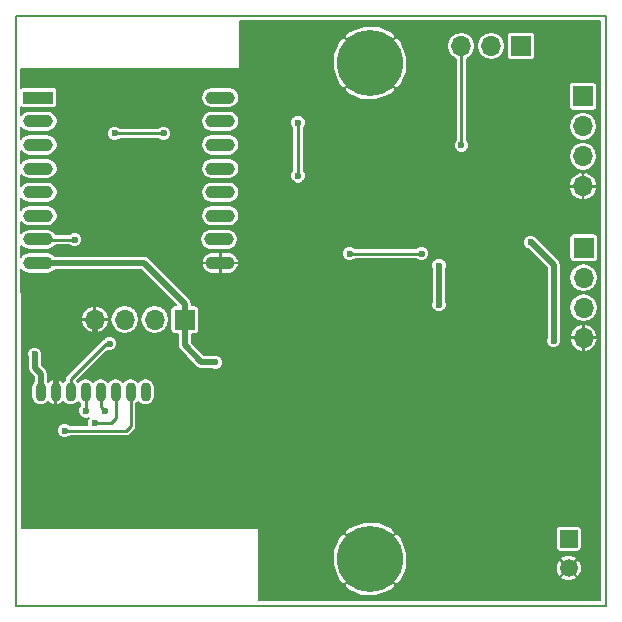
<source format=gbl>
G04 #@! TF.FileFunction,Copper,L2,Bot,Mixed*
%FSLAX46Y46*%
G04 Gerber Fmt 4.6, Leading zero omitted, Abs format (unit mm)*
G04 Created by KiCad (PCBNEW 4.0.2-stable) date 6/15/2017 12:31:11 PM*
%MOMM*%
G01*
G04 APERTURE LIST*
%ADD10C,0.100000*%
%ADD11C,0.150000*%
%ADD12O,0.900000X1.600000*%
%ADD13R,1.500000X1.500000*%
%ADD14C,1.500000*%
%ADD15R,2.500000X1.100000*%
%ADD16O,2.500000X1.100000*%
%ADD17R,1.700000X1.700000*%
%ADD18O,1.700000X1.700000*%
%ADD19C,5.600000*%
%ADD20C,0.600000*%
%ADD21C,0.500000*%
%ADD22C,0.250000*%
%ADD23C,0.200000*%
G04 APERTURE END LIST*
D10*
D11*
X100000000Y-100000000D02*
X100000000Y-150000000D01*
X150000000Y-100000000D02*
X100000000Y-100000000D01*
X150000000Y-150000000D02*
X150000000Y-100000000D01*
X100000000Y-150000000D02*
X150000000Y-150000000D01*
D12*
X102108000Y-131826000D03*
X103378000Y-131826000D03*
X104648000Y-131826000D03*
X105918000Y-131826000D03*
X107188000Y-131826000D03*
X108458000Y-131826000D03*
X109728000Y-131826000D03*
X110998000Y-131826000D03*
D13*
X146812000Y-144272000D03*
D14*
X146812000Y-146772000D03*
D15*
X101916000Y-106934000D03*
D16*
X101916000Y-108934000D03*
X101916000Y-110934000D03*
X101916000Y-112934000D03*
X101916000Y-114934000D03*
X101916000Y-116934000D03*
X101916000Y-118934000D03*
X101916000Y-120934000D03*
X117316000Y-120934000D03*
X117216000Y-118934000D03*
X117316000Y-116934000D03*
X117316000Y-114934000D03*
X117316000Y-112934000D03*
X117316000Y-110934000D03*
X117316000Y-108934000D03*
X117316000Y-106934000D03*
D17*
X114300000Y-125730000D03*
D18*
X111760000Y-125730000D03*
X109220000Y-125730000D03*
X106680000Y-125730000D03*
D17*
X148082000Y-119634000D03*
D18*
X148082000Y-122174000D03*
X148082000Y-124714000D03*
X148082000Y-127254000D03*
D17*
X142798800Y-102565200D03*
D18*
X140258800Y-102565200D03*
X137718800Y-102565200D03*
D17*
X148031200Y-106832400D03*
D18*
X148031200Y-109372400D03*
X148031200Y-111912400D03*
X148031200Y-114452400D03*
D19*
X130000000Y-146000000D03*
X130000000Y-104000000D03*
D20*
X116890800Y-129336800D03*
X101600000Y-128676400D03*
X123901200Y-109067600D03*
X123901200Y-113559200D03*
X135839200Y-124460000D03*
X135839200Y-121158000D03*
X119938800Y-128727200D03*
X142231000Y-113538000D03*
X134569200Y-111760000D03*
X120142000Y-112877600D03*
X103124000Y-128651000D03*
X143611600Y-119176800D03*
X145542000Y-127508000D03*
X105918000Y-133451600D03*
X107543600Y-133451600D03*
X104140000Y-135128000D03*
X106680000Y-134467600D03*
X104999979Y-118945795D03*
X107950000Y-127762000D03*
X108381800Y-109956600D03*
X112522000Y-109956600D03*
X128270000Y-120142000D03*
X134366000Y-120142000D03*
X137718800Y-110947200D03*
D21*
X115722400Y-129336800D02*
X116890800Y-129336800D01*
X114300000Y-127914400D02*
X115722400Y-129336800D01*
X114300000Y-127609600D02*
X114300000Y-127914400D01*
X101600000Y-129794000D02*
X101600000Y-128676400D01*
X102108000Y-130302000D02*
X101600000Y-129794000D01*
X102108000Y-131826000D02*
X102108000Y-130302000D01*
D22*
X123901200Y-113559200D02*
X123901200Y-109067600D01*
D21*
X135839200Y-121158000D02*
X135839200Y-124460000D01*
X114300000Y-125730000D02*
X114300000Y-124380000D01*
X114300000Y-124380000D02*
X110854000Y-120934000D01*
X110854000Y-120934000D02*
X102616000Y-120934000D01*
X114300000Y-127609600D02*
X114300000Y-125730000D01*
X103124000Y-129997200D02*
X103378000Y-130251200D01*
X103378000Y-130251200D02*
X103378000Y-131826000D01*
X103124000Y-128651000D02*
X103124000Y-129997200D01*
X105206800Y-128651000D02*
X103124000Y-128651000D01*
X106680000Y-127177800D02*
X105206800Y-128651000D01*
X106680000Y-126932081D02*
X106680000Y-127177800D01*
X106680000Y-125730000D02*
X106680000Y-126932081D01*
X145542000Y-121107200D02*
X143611600Y-119176800D01*
X145542000Y-127508000D02*
X145542000Y-121107200D01*
D22*
X105918000Y-131826000D02*
X105918000Y-133451600D01*
X107188000Y-131826000D02*
X107188000Y-133096000D01*
X107188000Y-133096000D02*
X107543600Y-133451600D01*
X109321600Y-135128000D02*
X104140000Y-135128000D01*
X109728000Y-134721600D02*
X109321600Y-135128000D01*
X109728000Y-131826000D02*
X109728000Y-134721600D01*
X108458000Y-131826000D02*
X108458000Y-134061200D01*
X108458000Y-134061200D02*
X108051600Y-134467600D01*
X108051600Y-134467600D02*
X106680000Y-134467600D01*
X102627795Y-118945795D02*
X104575715Y-118945795D01*
X104575715Y-118945795D02*
X104999979Y-118945795D01*
X102616000Y-118934000D02*
X102627795Y-118945795D01*
X107662000Y-127762000D02*
X107950000Y-127762000D01*
X104648000Y-131826000D02*
X104648000Y-130776000D01*
X104648000Y-130776000D02*
X107662000Y-127762000D01*
X108381800Y-109956600D02*
X108806064Y-109956600D01*
X108806064Y-109956600D02*
X112522000Y-109956600D01*
X134366000Y-120142000D02*
X128270000Y-120142000D01*
X137718800Y-102565200D02*
X137718800Y-110947200D01*
D23*
G36*
X149506000Y-149506000D02*
X120623000Y-149506000D01*
X120623000Y-148226758D01*
X127808597Y-148226758D01*
X128132485Y-148612946D01*
X129274572Y-149128714D01*
X130527099Y-149168164D01*
X131699380Y-148725290D01*
X131867515Y-148612946D01*
X132191403Y-148226758D01*
X130000000Y-146035355D01*
X127808597Y-148226758D01*
X120623000Y-148226758D01*
X120623000Y-146527099D01*
X126831836Y-146527099D01*
X127274710Y-147699380D01*
X127387054Y-147867515D01*
X127773242Y-148191403D01*
X129964645Y-146000000D01*
X130035355Y-146000000D01*
X132226758Y-148191403D01*
X132612946Y-147867515D01*
X132769591Y-147520648D01*
X146098707Y-147520648D01*
X146173159Y-147693822D01*
X146574554Y-147868127D01*
X147012098Y-147875555D01*
X147419178Y-147714978D01*
X147450841Y-147693822D01*
X147525293Y-147520648D01*
X146812000Y-146807355D01*
X146098707Y-147520648D01*
X132769591Y-147520648D01*
X133017317Y-146972098D01*
X145708445Y-146972098D01*
X145869022Y-147379178D01*
X145890178Y-147410841D01*
X146063352Y-147485293D01*
X146776645Y-146772000D01*
X146847355Y-146772000D01*
X147560648Y-147485293D01*
X147733822Y-147410841D01*
X147908127Y-147009446D01*
X147915555Y-146571902D01*
X147754978Y-146164822D01*
X147733822Y-146133159D01*
X147560648Y-146058707D01*
X146847355Y-146772000D01*
X146776645Y-146772000D01*
X146063352Y-146058707D01*
X145890178Y-146133159D01*
X145715873Y-146534554D01*
X145708445Y-146972098D01*
X133017317Y-146972098D01*
X133128714Y-146725428D01*
X133150826Y-146023352D01*
X146098707Y-146023352D01*
X146812000Y-146736645D01*
X147525293Y-146023352D01*
X147450841Y-145850178D01*
X147049446Y-145675873D01*
X146611902Y-145668445D01*
X146204822Y-145829022D01*
X146173159Y-145850178D01*
X146098707Y-146023352D01*
X133150826Y-146023352D01*
X133168164Y-145472901D01*
X132725290Y-144300620D01*
X132612946Y-144132485D01*
X132226758Y-143808597D01*
X130035355Y-146000000D01*
X129964645Y-146000000D01*
X127773242Y-143808597D01*
X127387054Y-144132485D01*
X126871286Y-145274572D01*
X126831836Y-146527099D01*
X120623000Y-146527099D01*
X120623000Y-143773242D01*
X127808597Y-143773242D01*
X130000000Y-145964645D01*
X132191403Y-143773242D01*
X131980692Y-143522000D01*
X145705144Y-143522000D01*
X145705144Y-145022000D01*
X145729549Y-145151702D01*
X145806203Y-145270825D01*
X145923163Y-145350741D01*
X146062000Y-145378856D01*
X147562000Y-145378856D01*
X147691702Y-145354451D01*
X147810825Y-145277797D01*
X147890741Y-145160837D01*
X147918856Y-145022000D01*
X147918856Y-143522000D01*
X147894451Y-143392298D01*
X147817797Y-143273175D01*
X147700837Y-143193259D01*
X147562000Y-143165144D01*
X146062000Y-143165144D01*
X145932298Y-143189549D01*
X145813175Y-143266203D01*
X145733259Y-143383163D01*
X145705144Y-143522000D01*
X131980692Y-143522000D01*
X131867515Y-143387054D01*
X130725428Y-142871286D01*
X129472901Y-142831836D01*
X128300620Y-143274710D01*
X128132485Y-143387054D01*
X127808597Y-143773242D01*
X120623000Y-143773242D01*
X120623000Y-143510000D01*
X120616161Y-143473654D01*
X120594681Y-143440273D01*
X120561906Y-143417879D01*
X120523000Y-143410000D01*
X100541073Y-143410000D01*
X100503529Y-128805126D01*
X100949888Y-128805126D01*
X101000000Y-128926406D01*
X101000000Y-129794000D01*
X101045672Y-130023610D01*
X101175736Y-130218264D01*
X101508000Y-130550528D01*
X101508000Y-130939141D01*
X101368896Y-131147323D01*
X101308000Y-131453470D01*
X101308000Y-132198530D01*
X101368896Y-132504677D01*
X101542315Y-132764215D01*
X101801853Y-132937634D01*
X102108000Y-132998530D01*
X102414147Y-132937634D01*
X102673685Y-132764215D01*
X102750904Y-132648650D01*
X102829992Y-132759364D01*
X103094950Y-132924672D01*
X103228221Y-132961854D01*
X103353000Y-132888061D01*
X103353000Y-131851000D01*
X103333000Y-131851000D01*
X103333000Y-131801000D01*
X103353000Y-131801000D01*
X103353000Y-130763939D01*
X103403000Y-130763939D01*
X103403000Y-131801000D01*
X103423000Y-131801000D01*
X103423000Y-131851000D01*
X103403000Y-131851000D01*
X103403000Y-132888061D01*
X103527779Y-132961854D01*
X103661050Y-132924672D01*
X103926008Y-132759364D01*
X104005096Y-132648650D01*
X104082315Y-132764215D01*
X104341853Y-132937634D01*
X104648000Y-132998530D01*
X104954147Y-132937634D01*
X105213685Y-132764215D01*
X105283000Y-132660479D01*
X105352315Y-132764215D01*
X105443000Y-132824809D01*
X105443000Y-133007334D01*
X105367278Y-133082924D01*
X105268113Y-133321740D01*
X105267888Y-133580326D01*
X105366636Y-133819314D01*
X105549324Y-134002322D01*
X105788140Y-134101487D01*
X106046726Y-134101712D01*
X106182814Y-134045481D01*
X106129278Y-134098924D01*
X106030113Y-134337740D01*
X106029888Y-134596326D01*
X106053305Y-134653000D01*
X104584266Y-134653000D01*
X104508676Y-134577278D01*
X104269860Y-134478113D01*
X104011274Y-134477888D01*
X103772286Y-134576636D01*
X103589278Y-134759324D01*
X103490113Y-134998140D01*
X103489888Y-135256726D01*
X103588636Y-135495714D01*
X103771324Y-135678722D01*
X104010140Y-135777887D01*
X104268726Y-135778112D01*
X104507714Y-135679364D01*
X104584212Y-135603000D01*
X109321600Y-135603000D01*
X109503375Y-135566843D01*
X109657476Y-135463876D01*
X110063873Y-135057478D01*
X110063876Y-135057476D01*
X110166843Y-134903375D01*
X110203000Y-134721600D01*
X110203000Y-132824809D01*
X110293685Y-132764215D01*
X110363000Y-132660479D01*
X110432315Y-132764215D01*
X110691853Y-132937634D01*
X110998000Y-132998530D01*
X111304147Y-132937634D01*
X111563685Y-132764215D01*
X111737104Y-132504677D01*
X111798000Y-132198530D01*
X111798000Y-131453470D01*
X111737104Y-131147323D01*
X111563685Y-130887785D01*
X111304147Y-130714366D01*
X110998000Y-130653470D01*
X110691853Y-130714366D01*
X110432315Y-130887785D01*
X110363000Y-130991521D01*
X110293685Y-130887785D01*
X110034147Y-130714366D01*
X109728000Y-130653470D01*
X109421853Y-130714366D01*
X109162315Y-130887785D01*
X109093000Y-130991521D01*
X109023685Y-130887785D01*
X108764147Y-130714366D01*
X108458000Y-130653470D01*
X108151853Y-130714366D01*
X107892315Y-130887785D01*
X107823000Y-130991521D01*
X107753685Y-130887785D01*
X107494147Y-130714366D01*
X107188000Y-130653470D01*
X106881853Y-130714366D01*
X106622315Y-130887785D01*
X106553000Y-130991521D01*
X106483685Y-130887785D01*
X106224147Y-130714366D01*
X105918000Y-130653470D01*
X105611853Y-130714366D01*
X105352315Y-130887785D01*
X105283000Y-130991521D01*
X105213685Y-130887785D01*
X105210257Y-130885495D01*
X107723848Y-128371903D01*
X107820140Y-128411887D01*
X108078726Y-128412112D01*
X108317714Y-128313364D01*
X108500722Y-128130676D01*
X108599887Y-127891860D01*
X108600112Y-127633274D01*
X108501364Y-127394286D01*
X108318676Y-127211278D01*
X108079860Y-127112113D01*
X107821274Y-127111888D01*
X107582286Y-127210636D01*
X107447994Y-127344693D01*
X107326124Y-127426124D01*
X107326122Y-127426127D01*
X104312124Y-130440124D01*
X104209157Y-130594225D01*
X104173000Y-130776000D01*
X104173000Y-130827191D01*
X104082315Y-130887785D01*
X104005096Y-131003350D01*
X103926008Y-130892636D01*
X103661050Y-130727328D01*
X103527779Y-130690146D01*
X103403000Y-130763939D01*
X103353000Y-130763939D01*
X103228221Y-130690146D01*
X103094950Y-130727328D01*
X102829992Y-130892636D01*
X102750904Y-131003350D01*
X102708000Y-130939141D01*
X102708000Y-130302000D01*
X102662328Y-130072390D01*
X102662328Y-130072389D01*
X102532264Y-129877736D01*
X102200000Y-129545472D01*
X102200000Y-128926401D01*
X102249887Y-128806260D01*
X102250112Y-128547674D01*
X102151364Y-128308686D01*
X101968676Y-128125678D01*
X101729860Y-128026513D01*
X101471274Y-128026288D01*
X101232286Y-128125036D01*
X101049278Y-128307724D01*
X100950113Y-128546540D01*
X100949888Y-128805126D01*
X100503529Y-128805126D01*
X100496170Y-125942373D01*
X105498940Y-125942373D01*
X105670114Y-126378179D01*
X105995034Y-126715306D01*
X106424234Y-126902429D01*
X106467627Y-126911058D01*
X106655000Y-126842219D01*
X106655000Y-125755000D01*
X106705000Y-125755000D01*
X106705000Y-126842219D01*
X106892373Y-126911058D01*
X106935766Y-126902429D01*
X107364966Y-126715306D01*
X107689886Y-126378179D01*
X107861060Y-125942373D01*
X107792242Y-125755000D01*
X106705000Y-125755000D01*
X106655000Y-125755000D01*
X105567758Y-125755000D01*
X105498940Y-125942373D01*
X100496170Y-125942373D01*
X100495564Y-125706491D01*
X108020000Y-125706491D01*
X108020000Y-125753509D01*
X108111345Y-126212729D01*
X108371472Y-126602037D01*
X108760780Y-126862164D01*
X109220000Y-126953509D01*
X109679220Y-126862164D01*
X110068528Y-126602037D01*
X110328655Y-126212729D01*
X110420000Y-125753509D01*
X110420000Y-125706491D01*
X110560000Y-125706491D01*
X110560000Y-125753509D01*
X110651345Y-126212729D01*
X110911472Y-126602037D01*
X111300780Y-126862164D01*
X111760000Y-126953509D01*
X112219220Y-126862164D01*
X112608528Y-126602037D01*
X112868655Y-126212729D01*
X112960000Y-125753509D01*
X112960000Y-125706491D01*
X112868655Y-125247271D01*
X112608528Y-124857963D01*
X112219220Y-124597836D01*
X111760000Y-124506491D01*
X111300780Y-124597836D01*
X110911472Y-124857963D01*
X110651345Y-125247271D01*
X110560000Y-125706491D01*
X110420000Y-125706491D01*
X110328655Y-125247271D01*
X110068528Y-124857963D01*
X109679220Y-124597836D01*
X109220000Y-124506491D01*
X108760780Y-124597836D01*
X108371472Y-124857963D01*
X108111345Y-125247271D01*
X108020000Y-125706491D01*
X100495564Y-125706491D01*
X100495078Y-125517627D01*
X105498940Y-125517627D01*
X105567758Y-125705000D01*
X106655000Y-125705000D01*
X106655000Y-124617781D01*
X106705000Y-124617781D01*
X106705000Y-125705000D01*
X107792242Y-125705000D01*
X107861060Y-125517627D01*
X107689886Y-125081821D01*
X107364966Y-124744694D01*
X106935766Y-124557571D01*
X106892373Y-124548942D01*
X106705000Y-124617781D01*
X106655000Y-124617781D01*
X106467627Y-124548942D01*
X106424234Y-124557571D01*
X105995034Y-124744694D01*
X105670114Y-125081821D01*
X105498940Y-125517627D01*
X100495078Y-125517627D01*
X100484685Y-121475253D01*
X100548258Y-121570396D01*
X100840239Y-121765492D01*
X101184654Y-121834000D01*
X102647346Y-121834000D01*
X102991761Y-121765492D01*
X103283742Y-121570396D01*
X103308061Y-121534000D01*
X110605472Y-121534000D01*
X113594616Y-124523144D01*
X113450000Y-124523144D01*
X113320298Y-124547549D01*
X113201175Y-124624203D01*
X113121259Y-124741163D01*
X113093144Y-124880000D01*
X113093144Y-126580000D01*
X113117549Y-126709702D01*
X113194203Y-126828825D01*
X113311163Y-126908741D01*
X113450000Y-126936856D01*
X113700000Y-126936856D01*
X113700000Y-127914400D01*
X113745672Y-128144010D01*
X113875736Y-128338664D01*
X115298136Y-129761064D01*
X115492789Y-129891128D01*
X115722400Y-129936800D01*
X116640799Y-129936800D01*
X116760940Y-129986687D01*
X117019526Y-129986912D01*
X117258514Y-129888164D01*
X117441522Y-129705476D01*
X117540687Y-129466660D01*
X117540912Y-129208074D01*
X117442164Y-128969086D01*
X117259476Y-128786078D01*
X117020660Y-128686913D01*
X116762074Y-128686688D01*
X116640794Y-128736800D01*
X115970928Y-128736800D01*
X114900000Y-127665872D01*
X114900000Y-126936856D01*
X115150000Y-126936856D01*
X115279702Y-126912451D01*
X115398825Y-126835797D01*
X115478741Y-126718837D01*
X115506856Y-126580000D01*
X115506856Y-124880000D01*
X115482451Y-124750298D01*
X115405797Y-124631175D01*
X115288837Y-124551259D01*
X115150000Y-124523144D01*
X114900000Y-124523144D01*
X114900000Y-124380000D01*
X114854328Y-124150390D01*
X114724264Y-123955736D01*
X111867957Y-121099429D01*
X115731334Y-121099429D01*
X115774941Y-121255318D01*
X115961926Y-121552718D01*
X116248488Y-121755924D01*
X116591000Y-121834000D01*
X117291000Y-121834000D01*
X117291000Y-120959000D01*
X117341000Y-120959000D01*
X117341000Y-121834000D01*
X118041000Y-121834000D01*
X118383512Y-121755924D01*
X118670074Y-121552718D01*
X118837311Y-121286726D01*
X135189088Y-121286726D01*
X135239200Y-121408006D01*
X135239200Y-124209999D01*
X135189313Y-124330140D01*
X135189088Y-124588726D01*
X135287836Y-124827714D01*
X135470524Y-125010722D01*
X135709340Y-125109887D01*
X135967926Y-125110112D01*
X136206914Y-125011364D01*
X136389922Y-124828676D01*
X136489087Y-124589860D01*
X136489312Y-124331274D01*
X136439200Y-124209994D01*
X136439200Y-121408001D01*
X136489087Y-121287860D01*
X136489312Y-121029274D01*
X136390564Y-120790286D01*
X136207876Y-120607278D01*
X135969060Y-120508113D01*
X135710474Y-120507888D01*
X135471486Y-120606636D01*
X135288478Y-120789324D01*
X135189313Y-121028140D01*
X135189088Y-121286726D01*
X118837311Y-121286726D01*
X118857059Y-121255318D01*
X118900666Y-121099429D01*
X118828115Y-120959000D01*
X117341000Y-120959000D01*
X117291000Y-120959000D01*
X115803885Y-120959000D01*
X115731334Y-121099429D01*
X111867957Y-121099429D01*
X111537099Y-120768571D01*
X115731334Y-120768571D01*
X115803885Y-120909000D01*
X117291000Y-120909000D01*
X117291000Y-120034000D01*
X117341000Y-120034000D01*
X117341000Y-120909000D01*
X118828115Y-120909000D01*
X118900666Y-120768571D01*
X118857059Y-120612682D01*
X118670074Y-120315282D01*
X118607241Y-120270726D01*
X127619888Y-120270726D01*
X127718636Y-120509714D01*
X127901324Y-120692722D01*
X128140140Y-120791887D01*
X128398726Y-120792112D01*
X128637714Y-120693364D01*
X128714212Y-120617000D01*
X133921734Y-120617000D01*
X133997324Y-120692722D01*
X134236140Y-120791887D01*
X134494726Y-120792112D01*
X134733714Y-120693364D01*
X134916722Y-120510676D01*
X135015887Y-120271860D01*
X135016112Y-120013274D01*
X134917364Y-119774286D01*
X134734676Y-119591278D01*
X134495860Y-119492113D01*
X134237274Y-119491888D01*
X133998286Y-119590636D01*
X133921788Y-119667000D01*
X128714266Y-119667000D01*
X128638676Y-119591278D01*
X128399860Y-119492113D01*
X128141274Y-119491888D01*
X127902286Y-119590636D01*
X127719278Y-119773324D01*
X127620113Y-120012140D01*
X127619888Y-120270726D01*
X118607241Y-120270726D01*
X118383512Y-120112076D01*
X118041000Y-120034000D01*
X117341000Y-120034000D01*
X117291000Y-120034000D01*
X116591000Y-120034000D01*
X116248488Y-120112076D01*
X115961926Y-120315282D01*
X115774941Y-120612682D01*
X115731334Y-120768571D01*
X111537099Y-120768571D01*
X111278264Y-120509736D01*
X111083610Y-120379672D01*
X110854000Y-120334000D01*
X103308061Y-120334000D01*
X103283742Y-120297604D01*
X102991761Y-120102508D01*
X102647346Y-120034000D01*
X101184654Y-120034000D01*
X100840239Y-120102508D01*
X100548258Y-120297604D01*
X100481913Y-120396896D01*
X100479524Y-119467529D01*
X100548258Y-119570396D01*
X100840239Y-119765492D01*
X101184654Y-119834000D01*
X102647346Y-119834000D01*
X102991761Y-119765492D01*
X103283742Y-119570396D01*
X103383702Y-119420795D01*
X104555713Y-119420795D01*
X104631303Y-119496517D01*
X104870119Y-119595682D01*
X105128705Y-119595907D01*
X105367693Y-119497159D01*
X105550701Y-119314471D01*
X105649866Y-119075655D01*
X105649989Y-118934000D01*
X115584654Y-118934000D01*
X115653162Y-119278415D01*
X115848258Y-119570396D01*
X116140239Y-119765492D01*
X116484654Y-119834000D01*
X117947346Y-119834000D01*
X118291761Y-119765492D01*
X118583742Y-119570396D01*
X118760722Y-119305526D01*
X142961488Y-119305526D01*
X143060236Y-119544514D01*
X143242924Y-119727522D01*
X143364118Y-119777846D01*
X144942000Y-121355728D01*
X144942000Y-127257999D01*
X144892113Y-127378140D01*
X144891888Y-127636726D01*
X144990636Y-127875714D01*
X145173324Y-128058722D01*
X145412140Y-128157887D01*
X145670726Y-128158112D01*
X145909714Y-128059364D01*
X146092722Y-127876676D01*
X146191887Y-127637860D01*
X146192036Y-127466373D01*
X146900942Y-127466373D01*
X146909571Y-127509766D01*
X147096694Y-127938966D01*
X147433821Y-128263886D01*
X147869627Y-128435060D01*
X148057000Y-128366242D01*
X148057000Y-127279000D01*
X148107000Y-127279000D01*
X148107000Y-128366242D01*
X148294373Y-128435060D01*
X148730179Y-128263886D01*
X149067306Y-127938966D01*
X149254429Y-127509766D01*
X149263058Y-127466373D01*
X149194219Y-127279000D01*
X148107000Y-127279000D01*
X148057000Y-127279000D01*
X146969781Y-127279000D01*
X146900942Y-127466373D01*
X146192036Y-127466373D01*
X146192112Y-127379274D01*
X146142000Y-127257994D01*
X146142000Y-127041627D01*
X146900942Y-127041627D01*
X146969781Y-127229000D01*
X148057000Y-127229000D01*
X148057000Y-126141758D01*
X148107000Y-126141758D01*
X148107000Y-127229000D01*
X149194219Y-127229000D01*
X149263058Y-127041627D01*
X149254429Y-126998234D01*
X149067306Y-126569034D01*
X148730179Y-126244114D01*
X148294373Y-126072940D01*
X148107000Y-126141758D01*
X148057000Y-126141758D01*
X147869627Y-126072940D01*
X147433821Y-126244114D01*
X147096694Y-126569034D01*
X146909571Y-126998234D01*
X146900942Y-127041627D01*
X146142000Y-127041627D01*
X146142000Y-124714000D01*
X146858491Y-124714000D01*
X146949836Y-125173220D01*
X147209963Y-125562528D01*
X147599271Y-125822655D01*
X148058491Y-125914000D01*
X148105509Y-125914000D01*
X148564729Y-125822655D01*
X148954037Y-125562528D01*
X149214164Y-125173220D01*
X149305509Y-124714000D01*
X149214164Y-124254780D01*
X148954037Y-123865472D01*
X148564729Y-123605345D01*
X148105509Y-123514000D01*
X148058491Y-123514000D01*
X147599271Y-123605345D01*
X147209963Y-123865472D01*
X146949836Y-124254780D01*
X146858491Y-124714000D01*
X146142000Y-124714000D01*
X146142000Y-122174000D01*
X146858491Y-122174000D01*
X146949836Y-122633220D01*
X147209963Y-123022528D01*
X147599271Y-123282655D01*
X148058491Y-123374000D01*
X148105509Y-123374000D01*
X148564729Y-123282655D01*
X148954037Y-123022528D01*
X149214164Y-122633220D01*
X149305509Y-122174000D01*
X149214164Y-121714780D01*
X148954037Y-121325472D01*
X148564729Y-121065345D01*
X148105509Y-120974000D01*
X148058491Y-120974000D01*
X147599271Y-121065345D01*
X147209963Y-121325472D01*
X146949836Y-121714780D01*
X146858491Y-122174000D01*
X146142000Y-122174000D01*
X146142000Y-121107200D01*
X146096328Y-120877590D01*
X145966264Y-120682936D01*
X144212641Y-118929313D01*
X144162964Y-118809086D01*
X144137922Y-118784000D01*
X146875144Y-118784000D01*
X146875144Y-120484000D01*
X146899549Y-120613702D01*
X146976203Y-120732825D01*
X147093163Y-120812741D01*
X147232000Y-120840856D01*
X148932000Y-120840856D01*
X149061702Y-120816451D01*
X149180825Y-120739797D01*
X149260741Y-120622837D01*
X149288856Y-120484000D01*
X149288856Y-118784000D01*
X149264451Y-118654298D01*
X149187797Y-118535175D01*
X149070837Y-118455259D01*
X148932000Y-118427144D01*
X147232000Y-118427144D01*
X147102298Y-118451549D01*
X146983175Y-118528203D01*
X146903259Y-118645163D01*
X146875144Y-118784000D01*
X144137922Y-118784000D01*
X143980276Y-118626078D01*
X143741460Y-118526913D01*
X143482874Y-118526688D01*
X143243886Y-118625436D01*
X143060878Y-118808124D01*
X142961713Y-119046940D01*
X142961488Y-119305526D01*
X118760722Y-119305526D01*
X118778838Y-119278415D01*
X118847346Y-118934000D01*
X118778838Y-118589585D01*
X118583742Y-118297604D01*
X118291761Y-118102508D01*
X117947346Y-118034000D01*
X116484654Y-118034000D01*
X116140239Y-118102508D01*
X115848258Y-118297604D01*
X115653162Y-118589585D01*
X115584654Y-118934000D01*
X105649989Y-118934000D01*
X105650091Y-118817069D01*
X105551343Y-118578081D01*
X105368655Y-118395073D01*
X105129839Y-118295908D01*
X104871253Y-118295683D01*
X104632265Y-118394431D01*
X104555767Y-118470795D01*
X103399465Y-118470795D01*
X103283742Y-118297604D01*
X102991761Y-118102508D01*
X102647346Y-118034000D01*
X101184654Y-118034000D01*
X100840239Y-118102508D01*
X100548258Y-118297604D01*
X100476791Y-118404561D01*
X100474363Y-117459804D01*
X100548258Y-117570396D01*
X100840239Y-117765492D01*
X101184654Y-117834000D01*
X102647346Y-117834000D01*
X102991761Y-117765492D01*
X103283742Y-117570396D01*
X103478838Y-117278415D01*
X103547346Y-116934000D01*
X115684654Y-116934000D01*
X115753162Y-117278415D01*
X115948258Y-117570396D01*
X116240239Y-117765492D01*
X116584654Y-117834000D01*
X118047346Y-117834000D01*
X118391761Y-117765492D01*
X118683742Y-117570396D01*
X118878838Y-117278415D01*
X118947346Y-116934000D01*
X118878838Y-116589585D01*
X118683742Y-116297604D01*
X118391761Y-116102508D01*
X118047346Y-116034000D01*
X116584654Y-116034000D01*
X116240239Y-116102508D01*
X115948258Y-116297604D01*
X115753162Y-116589585D01*
X115684654Y-116934000D01*
X103547346Y-116934000D01*
X103478838Y-116589585D01*
X103283742Y-116297604D01*
X102991761Y-116102508D01*
X102647346Y-116034000D01*
X101184654Y-116034000D01*
X100840239Y-116102508D01*
X100548258Y-116297604D01*
X100471670Y-116412226D01*
X100469201Y-115452080D01*
X100548258Y-115570396D01*
X100840239Y-115765492D01*
X101184654Y-115834000D01*
X102647346Y-115834000D01*
X102991761Y-115765492D01*
X103283742Y-115570396D01*
X103478838Y-115278415D01*
X103547346Y-114934000D01*
X115684654Y-114934000D01*
X115753162Y-115278415D01*
X115948258Y-115570396D01*
X116240239Y-115765492D01*
X116584654Y-115834000D01*
X118047346Y-115834000D01*
X118391761Y-115765492D01*
X118683742Y-115570396D01*
X118878838Y-115278415D01*
X118947346Y-114934000D01*
X118893794Y-114664773D01*
X146850142Y-114664773D01*
X146858771Y-114708166D01*
X147045894Y-115137366D01*
X147383021Y-115462286D01*
X147818827Y-115633460D01*
X148006200Y-115564642D01*
X148006200Y-114477400D01*
X148056200Y-114477400D01*
X148056200Y-115564642D01*
X148243573Y-115633460D01*
X148679379Y-115462286D01*
X149016506Y-115137366D01*
X149203629Y-114708166D01*
X149212258Y-114664773D01*
X149143419Y-114477400D01*
X148056200Y-114477400D01*
X148006200Y-114477400D01*
X146918981Y-114477400D01*
X146850142Y-114664773D01*
X118893794Y-114664773D01*
X118878838Y-114589585D01*
X118683742Y-114297604D01*
X118597573Y-114240027D01*
X146850142Y-114240027D01*
X146918981Y-114427400D01*
X148006200Y-114427400D01*
X148006200Y-113340158D01*
X148056200Y-113340158D01*
X148056200Y-114427400D01*
X149143419Y-114427400D01*
X149212258Y-114240027D01*
X149203629Y-114196634D01*
X149016506Y-113767434D01*
X148679379Y-113442514D01*
X148243573Y-113271340D01*
X148056200Y-113340158D01*
X148006200Y-113340158D01*
X147818827Y-113271340D01*
X147383021Y-113442514D01*
X147045894Y-113767434D01*
X146858771Y-114196634D01*
X146850142Y-114240027D01*
X118597573Y-114240027D01*
X118391761Y-114102508D01*
X118047346Y-114034000D01*
X116584654Y-114034000D01*
X116240239Y-114102508D01*
X115948258Y-114297604D01*
X115753162Y-114589585D01*
X115684654Y-114934000D01*
X103547346Y-114934000D01*
X103478838Y-114589585D01*
X103283742Y-114297604D01*
X102991761Y-114102508D01*
X102647346Y-114034000D01*
X101184654Y-114034000D01*
X100840239Y-114102508D01*
X100548258Y-114297604D01*
X100466548Y-114419891D01*
X100464040Y-113444355D01*
X100548258Y-113570396D01*
X100840239Y-113765492D01*
X101184654Y-113834000D01*
X102647346Y-113834000D01*
X102991761Y-113765492D01*
X103283742Y-113570396D01*
X103478838Y-113278415D01*
X103547346Y-112934000D01*
X115684654Y-112934000D01*
X115753162Y-113278415D01*
X115948258Y-113570396D01*
X116240239Y-113765492D01*
X116584654Y-113834000D01*
X118047346Y-113834000D01*
X118391761Y-113765492D01*
X118683742Y-113570396D01*
X118878838Y-113278415D01*
X118947346Y-112934000D01*
X118878838Y-112589585D01*
X118683742Y-112297604D01*
X118391761Y-112102508D01*
X118047346Y-112034000D01*
X116584654Y-112034000D01*
X116240239Y-112102508D01*
X115948258Y-112297604D01*
X115753162Y-112589585D01*
X115684654Y-112934000D01*
X103547346Y-112934000D01*
X103478838Y-112589585D01*
X103283742Y-112297604D01*
X102991761Y-112102508D01*
X102647346Y-112034000D01*
X101184654Y-112034000D01*
X100840239Y-112102508D01*
X100548258Y-112297604D01*
X100461426Y-112427557D01*
X100458879Y-111436631D01*
X100548258Y-111570396D01*
X100840239Y-111765492D01*
X101184654Y-111834000D01*
X102647346Y-111834000D01*
X102991761Y-111765492D01*
X103283742Y-111570396D01*
X103478838Y-111278415D01*
X103547346Y-110934000D01*
X115684654Y-110934000D01*
X115753162Y-111278415D01*
X115948258Y-111570396D01*
X116240239Y-111765492D01*
X116584654Y-111834000D01*
X118047346Y-111834000D01*
X118391761Y-111765492D01*
X118683742Y-111570396D01*
X118878838Y-111278415D01*
X118947346Y-110934000D01*
X118878838Y-110589585D01*
X118683742Y-110297604D01*
X118391761Y-110102508D01*
X118047346Y-110034000D01*
X116584654Y-110034000D01*
X116240239Y-110102508D01*
X115948258Y-110297604D01*
X115753162Y-110589585D01*
X115684654Y-110934000D01*
X103547346Y-110934000D01*
X103478838Y-110589585D01*
X103283742Y-110297604D01*
X102991761Y-110102508D01*
X102905381Y-110085326D01*
X107731688Y-110085326D01*
X107830436Y-110324314D01*
X108013124Y-110507322D01*
X108251940Y-110606487D01*
X108510526Y-110606712D01*
X108749514Y-110507964D01*
X108826012Y-110431600D01*
X112077734Y-110431600D01*
X112153324Y-110507322D01*
X112392140Y-110606487D01*
X112650726Y-110606712D01*
X112889714Y-110507964D01*
X113072722Y-110325276D01*
X113171887Y-110086460D01*
X113172112Y-109827874D01*
X113073364Y-109588886D01*
X112890676Y-109405878D01*
X112651860Y-109306713D01*
X112393274Y-109306488D01*
X112154286Y-109405236D01*
X112077788Y-109481600D01*
X108826066Y-109481600D01*
X108750476Y-109405878D01*
X108511660Y-109306713D01*
X108253074Y-109306488D01*
X108014086Y-109405236D01*
X107831078Y-109587924D01*
X107731913Y-109826740D01*
X107731688Y-110085326D01*
X102905381Y-110085326D01*
X102647346Y-110034000D01*
X101184654Y-110034000D01*
X100840239Y-110102508D01*
X100548258Y-110297604D01*
X100456304Y-110435222D01*
X100453718Y-109428907D01*
X100548258Y-109570396D01*
X100840239Y-109765492D01*
X101184654Y-109834000D01*
X102647346Y-109834000D01*
X102991761Y-109765492D01*
X103283742Y-109570396D01*
X103478838Y-109278415D01*
X103547346Y-108934000D01*
X115684654Y-108934000D01*
X115753162Y-109278415D01*
X115948258Y-109570396D01*
X116240239Y-109765492D01*
X116584654Y-109834000D01*
X118047346Y-109834000D01*
X118391761Y-109765492D01*
X118683742Y-109570396D01*
X118878838Y-109278415D01*
X118895166Y-109196326D01*
X123251088Y-109196326D01*
X123349836Y-109435314D01*
X123426200Y-109511812D01*
X123426200Y-113114934D01*
X123350478Y-113190524D01*
X123251313Y-113429340D01*
X123251088Y-113687926D01*
X123349836Y-113926914D01*
X123532524Y-114109922D01*
X123771340Y-114209087D01*
X124029926Y-114209312D01*
X124268914Y-114110564D01*
X124451922Y-113927876D01*
X124551087Y-113689060D01*
X124551312Y-113430474D01*
X124452564Y-113191486D01*
X124376200Y-113114988D01*
X124376200Y-111912400D01*
X146807691Y-111912400D01*
X146899036Y-112371620D01*
X147159163Y-112760928D01*
X147548471Y-113021055D01*
X148007691Y-113112400D01*
X148054709Y-113112400D01*
X148513929Y-113021055D01*
X148903237Y-112760928D01*
X149163364Y-112371620D01*
X149254709Y-111912400D01*
X149163364Y-111453180D01*
X148903237Y-111063872D01*
X148513929Y-110803745D01*
X148054709Y-110712400D01*
X148007691Y-110712400D01*
X147548471Y-110803745D01*
X147159163Y-111063872D01*
X146899036Y-111453180D01*
X146807691Y-111912400D01*
X124376200Y-111912400D01*
X124376200Y-109511866D01*
X124451922Y-109436276D01*
X124551087Y-109197460D01*
X124551312Y-108938874D01*
X124452564Y-108699886D01*
X124269876Y-108516878D01*
X124031060Y-108417713D01*
X123772474Y-108417488D01*
X123533486Y-108516236D01*
X123350478Y-108698924D01*
X123251313Y-108937740D01*
X123251088Y-109196326D01*
X118895166Y-109196326D01*
X118947346Y-108934000D01*
X118878838Y-108589585D01*
X118683742Y-108297604D01*
X118391761Y-108102508D01*
X118047346Y-108034000D01*
X116584654Y-108034000D01*
X116240239Y-108102508D01*
X115948258Y-108297604D01*
X115753162Y-108589585D01*
X115684654Y-108934000D01*
X103547346Y-108934000D01*
X103478838Y-108589585D01*
X103283742Y-108297604D01*
X102991761Y-108102508D01*
X102647346Y-108034000D01*
X101184654Y-108034000D01*
X100840239Y-108102508D01*
X100548258Y-108297604D01*
X100451183Y-108442887D01*
X100449426Y-107759625D01*
X100527163Y-107812741D01*
X100666000Y-107840856D01*
X103166000Y-107840856D01*
X103295702Y-107816451D01*
X103414825Y-107739797D01*
X103494741Y-107622837D01*
X103522856Y-107484000D01*
X103522856Y-106934000D01*
X115684654Y-106934000D01*
X115753162Y-107278415D01*
X115948258Y-107570396D01*
X116240239Y-107765492D01*
X116584654Y-107834000D01*
X118047346Y-107834000D01*
X118391761Y-107765492D01*
X118683742Y-107570396D01*
X118878838Y-107278415D01*
X118947346Y-106934000D01*
X118878838Y-106589585D01*
X118683742Y-106297604D01*
X118577714Y-106226758D01*
X127808597Y-106226758D01*
X128132485Y-106612946D01*
X129274572Y-107128714D01*
X130527099Y-107168164D01*
X131699380Y-106725290D01*
X131867515Y-106612946D01*
X132191403Y-106226758D01*
X130000000Y-104035355D01*
X127808597Y-106226758D01*
X118577714Y-106226758D01*
X118391761Y-106102508D01*
X118047346Y-106034000D01*
X116584654Y-106034000D01*
X116240239Y-106102508D01*
X115948258Y-106297604D01*
X115753162Y-106589585D01*
X115684654Y-106934000D01*
X103522856Y-106934000D01*
X103522856Y-106384000D01*
X103498451Y-106254298D01*
X103421797Y-106135175D01*
X103304837Y-106055259D01*
X103166000Y-106027144D01*
X100666000Y-106027144D01*
X100536298Y-106051549D01*
X100445186Y-106110178D01*
X100441117Y-104527099D01*
X126831836Y-104527099D01*
X127274710Y-105699380D01*
X127387054Y-105867515D01*
X127773242Y-106191403D01*
X129964645Y-104000000D01*
X130035355Y-104000000D01*
X132226758Y-106191403D01*
X132612946Y-105867515D01*
X133128714Y-104725428D01*
X133168164Y-103472901D01*
X132816364Y-102541691D01*
X136518800Y-102541691D01*
X136518800Y-102588709D01*
X136610145Y-103047929D01*
X136870272Y-103437237D01*
X137243800Y-103686820D01*
X137243800Y-110502934D01*
X137168078Y-110578524D01*
X137068913Y-110817340D01*
X137068688Y-111075926D01*
X137167436Y-111314914D01*
X137350124Y-111497922D01*
X137588940Y-111597087D01*
X137847526Y-111597312D01*
X138086514Y-111498564D01*
X138269522Y-111315876D01*
X138368687Y-111077060D01*
X138368912Y-110818474D01*
X138270164Y-110579486D01*
X138193800Y-110502988D01*
X138193800Y-109372400D01*
X146807691Y-109372400D01*
X146899036Y-109831620D01*
X147159163Y-110220928D01*
X147548471Y-110481055D01*
X148007691Y-110572400D01*
X148054709Y-110572400D01*
X148513929Y-110481055D01*
X148903237Y-110220928D01*
X149163364Y-109831620D01*
X149254709Y-109372400D01*
X149163364Y-108913180D01*
X148903237Y-108523872D01*
X148513929Y-108263745D01*
X148054709Y-108172400D01*
X148007691Y-108172400D01*
X147548471Y-108263745D01*
X147159163Y-108523872D01*
X146899036Y-108913180D01*
X146807691Y-109372400D01*
X138193800Y-109372400D01*
X138193800Y-105982400D01*
X146824344Y-105982400D01*
X146824344Y-107682400D01*
X146848749Y-107812102D01*
X146925403Y-107931225D01*
X147042363Y-108011141D01*
X147181200Y-108039256D01*
X148881200Y-108039256D01*
X149010902Y-108014851D01*
X149130025Y-107938197D01*
X149209941Y-107821237D01*
X149238056Y-107682400D01*
X149238056Y-105982400D01*
X149213651Y-105852698D01*
X149136997Y-105733575D01*
X149020037Y-105653659D01*
X148881200Y-105625544D01*
X147181200Y-105625544D01*
X147051498Y-105649949D01*
X146932375Y-105726603D01*
X146852459Y-105843563D01*
X146824344Y-105982400D01*
X138193800Y-105982400D01*
X138193800Y-103686820D01*
X138567328Y-103437237D01*
X138827455Y-103047929D01*
X138918800Y-102588709D01*
X138918800Y-102541691D01*
X139058800Y-102541691D01*
X139058800Y-102588709D01*
X139150145Y-103047929D01*
X139410272Y-103437237D01*
X139799580Y-103697364D01*
X140258800Y-103788709D01*
X140718020Y-103697364D01*
X141107328Y-103437237D01*
X141367455Y-103047929D01*
X141458800Y-102588709D01*
X141458800Y-102541691D01*
X141367455Y-102082471D01*
X141122053Y-101715200D01*
X141591944Y-101715200D01*
X141591944Y-103415200D01*
X141616349Y-103544902D01*
X141693003Y-103664025D01*
X141809963Y-103743941D01*
X141948800Y-103772056D01*
X143648800Y-103772056D01*
X143778502Y-103747651D01*
X143897625Y-103670997D01*
X143977541Y-103554037D01*
X144005656Y-103415200D01*
X144005656Y-101715200D01*
X143981251Y-101585498D01*
X143904597Y-101466375D01*
X143787637Y-101386459D01*
X143648800Y-101358344D01*
X141948800Y-101358344D01*
X141819098Y-101382749D01*
X141699975Y-101459403D01*
X141620059Y-101576363D01*
X141591944Y-101715200D01*
X141122053Y-101715200D01*
X141107328Y-101693163D01*
X140718020Y-101433036D01*
X140258800Y-101341691D01*
X139799580Y-101433036D01*
X139410272Y-101693163D01*
X139150145Y-102082471D01*
X139058800Y-102541691D01*
X138918800Y-102541691D01*
X138827455Y-102082471D01*
X138567328Y-101693163D01*
X138178020Y-101433036D01*
X137718800Y-101341691D01*
X137259580Y-101433036D01*
X136870272Y-101693163D01*
X136610145Y-102082471D01*
X136518800Y-102541691D01*
X132816364Y-102541691D01*
X132725290Y-102300620D01*
X132612946Y-102132485D01*
X132226758Y-101808597D01*
X130035355Y-104000000D01*
X129964645Y-104000000D01*
X127773242Y-101808597D01*
X127387054Y-102132485D01*
X126871286Y-103274572D01*
X126831836Y-104527099D01*
X100441117Y-104527099D01*
X100441031Y-104494000D01*
X118872000Y-104494000D01*
X118908346Y-104487161D01*
X118941727Y-104465681D01*
X118964121Y-104432906D01*
X118972000Y-104394000D01*
X118972000Y-101773242D01*
X127808597Y-101773242D01*
X130000000Y-103964645D01*
X132191403Y-101773242D01*
X131867515Y-101387054D01*
X130725428Y-100871286D01*
X129472901Y-100831836D01*
X128300620Y-101274710D01*
X128132485Y-101387054D01*
X127808597Y-101773242D01*
X118972000Y-101773242D01*
X118972000Y-100430000D01*
X149506000Y-100430000D01*
X149506000Y-149506000D01*
X149506000Y-149506000D01*
G37*
X149506000Y-149506000D02*
X120623000Y-149506000D01*
X120623000Y-148226758D01*
X127808597Y-148226758D01*
X128132485Y-148612946D01*
X129274572Y-149128714D01*
X130527099Y-149168164D01*
X131699380Y-148725290D01*
X131867515Y-148612946D01*
X132191403Y-148226758D01*
X130000000Y-146035355D01*
X127808597Y-148226758D01*
X120623000Y-148226758D01*
X120623000Y-146527099D01*
X126831836Y-146527099D01*
X127274710Y-147699380D01*
X127387054Y-147867515D01*
X127773242Y-148191403D01*
X129964645Y-146000000D01*
X130035355Y-146000000D01*
X132226758Y-148191403D01*
X132612946Y-147867515D01*
X132769591Y-147520648D01*
X146098707Y-147520648D01*
X146173159Y-147693822D01*
X146574554Y-147868127D01*
X147012098Y-147875555D01*
X147419178Y-147714978D01*
X147450841Y-147693822D01*
X147525293Y-147520648D01*
X146812000Y-146807355D01*
X146098707Y-147520648D01*
X132769591Y-147520648D01*
X133017317Y-146972098D01*
X145708445Y-146972098D01*
X145869022Y-147379178D01*
X145890178Y-147410841D01*
X146063352Y-147485293D01*
X146776645Y-146772000D01*
X146847355Y-146772000D01*
X147560648Y-147485293D01*
X147733822Y-147410841D01*
X147908127Y-147009446D01*
X147915555Y-146571902D01*
X147754978Y-146164822D01*
X147733822Y-146133159D01*
X147560648Y-146058707D01*
X146847355Y-146772000D01*
X146776645Y-146772000D01*
X146063352Y-146058707D01*
X145890178Y-146133159D01*
X145715873Y-146534554D01*
X145708445Y-146972098D01*
X133017317Y-146972098D01*
X133128714Y-146725428D01*
X133150826Y-146023352D01*
X146098707Y-146023352D01*
X146812000Y-146736645D01*
X147525293Y-146023352D01*
X147450841Y-145850178D01*
X147049446Y-145675873D01*
X146611902Y-145668445D01*
X146204822Y-145829022D01*
X146173159Y-145850178D01*
X146098707Y-146023352D01*
X133150826Y-146023352D01*
X133168164Y-145472901D01*
X132725290Y-144300620D01*
X132612946Y-144132485D01*
X132226758Y-143808597D01*
X130035355Y-146000000D01*
X129964645Y-146000000D01*
X127773242Y-143808597D01*
X127387054Y-144132485D01*
X126871286Y-145274572D01*
X126831836Y-146527099D01*
X120623000Y-146527099D01*
X120623000Y-143773242D01*
X127808597Y-143773242D01*
X130000000Y-145964645D01*
X132191403Y-143773242D01*
X131980692Y-143522000D01*
X145705144Y-143522000D01*
X145705144Y-145022000D01*
X145729549Y-145151702D01*
X145806203Y-145270825D01*
X145923163Y-145350741D01*
X146062000Y-145378856D01*
X147562000Y-145378856D01*
X147691702Y-145354451D01*
X147810825Y-145277797D01*
X147890741Y-145160837D01*
X147918856Y-145022000D01*
X147918856Y-143522000D01*
X147894451Y-143392298D01*
X147817797Y-143273175D01*
X147700837Y-143193259D01*
X147562000Y-143165144D01*
X146062000Y-143165144D01*
X145932298Y-143189549D01*
X145813175Y-143266203D01*
X145733259Y-143383163D01*
X145705144Y-143522000D01*
X131980692Y-143522000D01*
X131867515Y-143387054D01*
X130725428Y-142871286D01*
X129472901Y-142831836D01*
X128300620Y-143274710D01*
X128132485Y-143387054D01*
X127808597Y-143773242D01*
X120623000Y-143773242D01*
X120623000Y-143510000D01*
X120616161Y-143473654D01*
X120594681Y-143440273D01*
X120561906Y-143417879D01*
X120523000Y-143410000D01*
X100541073Y-143410000D01*
X100503529Y-128805126D01*
X100949888Y-128805126D01*
X101000000Y-128926406D01*
X101000000Y-129794000D01*
X101045672Y-130023610D01*
X101175736Y-130218264D01*
X101508000Y-130550528D01*
X101508000Y-130939141D01*
X101368896Y-131147323D01*
X101308000Y-131453470D01*
X101308000Y-132198530D01*
X101368896Y-132504677D01*
X101542315Y-132764215D01*
X101801853Y-132937634D01*
X102108000Y-132998530D01*
X102414147Y-132937634D01*
X102673685Y-132764215D01*
X102750904Y-132648650D01*
X102829992Y-132759364D01*
X103094950Y-132924672D01*
X103228221Y-132961854D01*
X103353000Y-132888061D01*
X103353000Y-131851000D01*
X103333000Y-131851000D01*
X103333000Y-131801000D01*
X103353000Y-131801000D01*
X103353000Y-130763939D01*
X103403000Y-130763939D01*
X103403000Y-131801000D01*
X103423000Y-131801000D01*
X103423000Y-131851000D01*
X103403000Y-131851000D01*
X103403000Y-132888061D01*
X103527779Y-132961854D01*
X103661050Y-132924672D01*
X103926008Y-132759364D01*
X104005096Y-132648650D01*
X104082315Y-132764215D01*
X104341853Y-132937634D01*
X104648000Y-132998530D01*
X104954147Y-132937634D01*
X105213685Y-132764215D01*
X105283000Y-132660479D01*
X105352315Y-132764215D01*
X105443000Y-132824809D01*
X105443000Y-133007334D01*
X105367278Y-133082924D01*
X105268113Y-133321740D01*
X105267888Y-133580326D01*
X105366636Y-133819314D01*
X105549324Y-134002322D01*
X105788140Y-134101487D01*
X106046726Y-134101712D01*
X106182814Y-134045481D01*
X106129278Y-134098924D01*
X106030113Y-134337740D01*
X106029888Y-134596326D01*
X106053305Y-134653000D01*
X104584266Y-134653000D01*
X104508676Y-134577278D01*
X104269860Y-134478113D01*
X104011274Y-134477888D01*
X103772286Y-134576636D01*
X103589278Y-134759324D01*
X103490113Y-134998140D01*
X103489888Y-135256726D01*
X103588636Y-135495714D01*
X103771324Y-135678722D01*
X104010140Y-135777887D01*
X104268726Y-135778112D01*
X104507714Y-135679364D01*
X104584212Y-135603000D01*
X109321600Y-135603000D01*
X109503375Y-135566843D01*
X109657476Y-135463876D01*
X110063873Y-135057478D01*
X110063876Y-135057476D01*
X110166843Y-134903375D01*
X110203000Y-134721600D01*
X110203000Y-132824809D01*
X110293685Y-132764215D01*
X110363000Y-132660479D01*
X110432315Y-132764215D01*
X110691853Y-132937634D01*
X110998000Y-132998530D01*
X111304147Y-132937634D01*
X111563685Y-132764215D01*
X111737104Y-132504677D01*
X111798000Y-132198530D01*
X111798000Y-131453470D01*
X111737104Y-131147323D01*
X111563685Y-130887785D01*
X111304147Y-130714366D01*
X110998000Y-130653470D01*
X110691853Y-130714366D01*
X110432315Y-130887785D01*
X110363000Y-130991521D01*
X110293685Y-130887785D01*
X110034147Y-130714366D01*
X109728000Y-130653470D01*
X109421853Y-130714366D01*
X109162315Y-130887785D01*
X109093000Y-130991521D01*
X109023685Y-130887785D01*
X108764147Y-130714366D01*
X108458000Y-130653470D01*
X108151853Y-130714366D01*
X107892315Y-130887785D01*
X107823000Y-130991521D01*
X107753685Y-130887785D01*
X107494147Y-130714366D01*
X107188000Y-130653470D01*
X106881853Y-130714366D01*
X106622315Y-130887785D01*
X106553000Y-130991521D01*
X106483685Y-130887785D01*
X106224147Y-130714366D01*
X105918000Y-130653470D01*
X105611853Y-130714366D01*
X105352315Y-130887785D01*
X105283000Y-130991521D01*
X105213685Y-130887785D01*
X105210257Y-130885495D01*
X107723848Y-128371903D01*
X107820140Y-128411887D01*
X108078726Y-128412112D01*
X108317714Y-128313364D01*
X108500722Y-128130676D01*
X108599887Y-127891860D01*
X108600112Y-127633274D01*
X108501364Y-127394286D01*
X108318676Y-127211278D01*
X108079860Y-127112113D01*
X107821274Y-127111888D01*
X107582286Y-127210636D01*
X107447994Y-127344693D01*
X107326124Y-127426124D01*
X107326122Y-127426127D01*
X104312124Y-130440124D01*
X104209157Y-130594225D01*
X104173000Y-130776000D01*
X104173000Y-130827191D01*
X104082315Y-130887785D01*
X104005096Y-131003350D01*
X103926008Y-130892636D01*
X103661050Y-130727328D01*
X103527779Y-130690146D01*
X103403000Y-130763939D01*
X103353000Y-130763939D01*
X103228221Y-130690146D01*
X103094950Y-130727328D01*
X102829992Y-130892636D01*
X102750904Y-131003350D01*
X102708000Y-130939141D01*
X102708000Y-130302000D01*
X102662328Y-130072390D01*
X102662328Y-130072389D01*
X102532264Y-129877736D01*
X102200000Y-129545472D01*
X102200000Y-128926401D01*
X102249887Y-128806260D01*
X102250112Y-128547674D01*
X102151364Y-128308686D01*
X101968676Y-128125678D01*
X101729860Y-128026513D01*
X101471274Y-128026288D01*
X101232286Y-128125036D01*
X101049278Y-128307724D01*
X100950113Y-128546540D01*
X100949888Y-128805126D01*
X100503529Y-128805126D01*
X100496170Y-125942373D01*
X105498940Y-125942373D01*
X105670114Y-126378179D01*
X105995034Y-126715306D01*
X106424234Y-126902429D01*
X106467627Y-126911058D01*
X106655000Y-126842219D01*
X106655000Y-125755000D01*
X106705000Y-125755000D01*
X106705000Y-126842219D01*
X106892373Y-126911058D01*
X106935766Y-126902429D01*
X107364966Y-126715306D01*
X107689886Y-126378179D01*
X107861060Y-125942373D01*
X107792242Y-125755000D01*
X106705000Y-125755000D01*
X106655000Y-125755000D01*
X105567758Y-125755000D01*
X105498940Y-125942373D01*
X100496170Y-125942373D01*
X100495564Y-125706491D01*
X108020000Y-125706491D01*
X108020000Y-125753509D01*
X108111345Y-126212729D01*
X108371472Y-126602037D01*
X108760780Y-126862164D01*
X109220000Y-126953509D01*
X109679220Y-126862164D01*
X110068528Y-126602037D01*
X110328655Y-126212729D01*
X110420000Y-125753509D01*
X110420000Y-125706491D01*
X110560000Y-125706491D01*
X110560000Y-125753509D01*
X110651345Y-126212729D01*
X110911472Y-126602037D01*
X111300780Y-126862164D01*
X111760000Y-126953509D01*
X112219220Y-126862164D01*
X112608528Y-126602037D01*
X112868655Y-126212729D01*
X112960000Y-125753509D01*
X112960000Y-125706491D01*
X112868655Y-125247271D01*
X112608528Y-124857963D01*
X112219220Y-124597836D01*
X111760000Y-124506491D01*
X111300780Y-124597836D01*
X110911472Y-124857963D01*
X110651345Y-125247271D01*
X110560000Y-125706491D01*
X110420000Y-125706491D01*
X110328655Y-125247271D01*
X110068528Y-124857963D01*
X109679220Y-124597836D01*
X109220000Y-124506491D01*
X108760780Y-124597836D01*
X108371472Y-124857963D01*
X108111345Y-125247271D01*
X108020000Y-125706491D01*
X100495564Y-125706491D01*
X100495078Y-125517627D01*
X105498940Y-125517627D01*
X105567758Y-125705000D01*
X106655000Y-125705000D01*
X106655000Y-124617781D01*
X106705000Y-124617781D01*
X106705000Y-125705000D01*
X107792242Y-125705000D01*
X107861060Y-125517627D01*
X107689886Y-125081821D01*
X107364966Y-124744694D01*
X106935766Y-124557571D01*
X106892373Y-124548942D01*
X106705000Y-124617781D01*
X106655000Y-124617781D01*
X106467627Y-124548942D01*
X106424234Y-124557571D01*
X105995034Y-124744694D01*
X105670114Y-125081821D01*
X105498940Y-125517627D01*
X100495078Y-125517627D01*
X100484685Y-121475253D01*
X100548258Y-121570396D01*
X100840239Y-121765492D01*
X101184654Y-121834000D01*
X102647346Y-121834000D01*
X102991761Y-121765492D01*
X103283742Y-121570396D01*
X103308061Y-121534000D01*
X110605472Y-121534000D01*
X113594616Y-124523144D01*
X113450000Y-124523144D01*
X113320298Y-124547549D01*
X113201175Y-124624203D01*
X113121259Y-124741163D01*
X113093144Y-124880000D01*
X113093144Y-126580000D01*
X113117549Y-126709702D01*
X113194203Y-126828825D01*
X113311163Y-126908741D01*
X113450000Y-126936856D01*
X113700000Y-126936856D01*
X113700000Y-127914400D01*
X113745672Y-128144010D01*
X113875736Y-128338664D01*
X115298136Y-129761064D01*
X115492789Y-129891128D01*
X115722400Y-129936800D01*
X116640799Y-129936800D01*
X116760940Y-129986687D01*
X117019526Y-129986912D01*
X117258514Y-129888164D01*
X117441522Y-129705476D01*
X117540687Y-129466660D01*
X117540912Y-129208074D01*
X117442164Y-128969086D01*
X117259476Y-128786078D01*
X117020660Y-128686913D01*
X116762074Y-128686688D01*
X116640794Y-128736800D01*
X115970928Y-128736800D01*
X114900000Y-127665872D01*
X114900000Y-126936856D01*
X115150000Y-126936856D01*
X115279702Y-126912451D01*
X115398825Y-126835797D01*
X115478741Y-126718837D01*
X115506856Y-126580000D01*
X115506856Y-124880000D01*
X115482451Y-124750298D01*
X115405797Y-124631175D01*
X115288837Y-124551259D01*
X115150000Y-124523144D01*
X114900000Y-124523144D01*
X114900000Y-124380000D01*
X114854328Y-124150390D01*
X114724264Y-123955736D01*
X111867957Y-121099429D01*
X115731334Y-121099429D01*
X115774941Y-121255318D01*
X115961926Y-121552718D01*
X116248488Y-121755924D01*
X116591000Y-121834000D01*
X117291000Y-121834000D01*
X117291000Y-120959000D01*
X117341000Y-120959000D01*
X117341000Y-121834000D01*
X118041000Y-121834000D01*
X118383512Y-121755924D01*
X118670074Y-121552718D01*
X118837311Y-121286726D01*
X135189088Y-121286726D01*
X135239200Y-121408006D01*
X135239200Y-124209999D01*
X135189313Y-124330140D01*
X135189088Y-124588726D01*
X135287836Y-124827714D01*
X135470524Y-125010722D01*
X135709340Y-125109887D01*
X135967926Y-125110112D01*
X136206914Y-125011364D01*
X136389922Y-124828676D01*
X136489087Y-124589860D01*
X136489312Y-124331274D01*
X136439200Y-124209994D01*
X136439200Y-121408001D01*
X136489087Y-121287860D01*
X136489312Y-121029274D01*
X136390564Y-120790286D01*
X136207876Y-120607278D01*
X135969060Y-120508113D01*
X135710474Y-120507888D01*
X135471486Y-120606636D01*
X135288478Y-120789324D01*
X135189313Y-121028140D01*
X135189088Y-121286726D01*
X118837311Y-121286726D01*
X118857059Y-121255318D01*
X118900666Y-121099429D01*
X118828115Y-120959000D01*
X117341000Y-120959000D01*
X117291000Y-120959000D01*
X115803885Y-120959000D01*
X115731334Y-121099429D01*
X111867957Y-121099429D01*
X111537099Y-120768571D01*
X115731334Y-120768571D01*
X115803885Y-120909000D01*
X117291000Y-120909000D01*
X117291000Y-120034000D01*
X117341000Y-120034000D01*
X117341000Y-120909000D01*
X118828115Y-120909000D01*
X118900666Y-120768571D01*
X118857059Y-120612682D01*
X118670074Y-120315282D01*
X118607241Y-120270726D01*
X127619888Y-120270726D01*
X127718636Y-120509714D01*
X127901324Y-120692722D01*
X128140140Y-120791887D01*
X128398726Y-120792112D01*
X128637714Y-120693364D01*
X128714212Y-120617000D01*
X133921734Y-120617000D01*
X133997324Y-120692722D01*
X134236140Y-120791887D01*
X134494726Y-120792112D01*
X134733714Y-120693364D01*
X134916722Y-120510676D01*
X135015887Y-120271860D01*
X135016112Y-120013274D01*
X134917364Y-119774286D01*
X134734676Y-119591278D01*
X134495860Y-119492113D01*
X134237274Y-119491888D01*
X133998286Y-119590636D01*
X133921788Y-119667000D01*
X128714266Y-119667000D01*
X128638676Y-119591278D01*
X128399860Y-119492113D01*
X128141274Y-119491888D01*
X127902286Y-119590636D01*
X127719278Y-119773324D01*
X127620113Y-120012140D01*
X127619888Y-120270726D01*
X118607241Y-120270726D01*
X118383512Y-120112076D01*
X118041000Y-120034000D01*
X117341000Y-120034000D01*
X117291000Y-120034000D01*
X116591000Y-120034000D01*
X116248488Y-120112076D01*
X115961926Y-120315282D01*
X115774941Y-120612682D01*
X115731334Y-120768571D01*
X111537099Y-120768571D01*
X111278264Y-120509736D01*
X111083610Y-120379672D01*
X110854000Y-120334000D01*
X103308061Y-120334000D01*
X103283742Y-120297604D01*
X102991761Y-120102508D01*
X102647346Y-120034000D01*
X101184654Y-120034000D01*
X100840239Y-120102508D01*
X100548258Y-120297604D01*
X100481913Y-120396896D01*
X100479524Y-119467529D01*
X100548258Y-119570396D01*
X100840239Y-119765492D01*
X101184654Y-119834000D01*
X102647346Y-119834000D01*
X102991761Y-119765492D01*
X103283742Y-119570396D01*
X103383702Y-119420795D01*
X104555713Y-119420795D01*
X104631303Y-119496517D01*
X104870119Y-119595682D01*
X105128705Y-119595907D01*
X105367693Y-119497159D01*
X105550701Y-119314471D01*
X105649866Y-119075655D01*
X105649989Y-118934000D01*
X115584654Y-118934000D01*
X115653162Y-119278415D01*
X115848258Y-119570396D01*
X116140239Y-119765492D01*
X116484654Y-119834000D01*
X117947346Y-119834000D01*
X118291761Y-119765492D01*
X118583742Y-119570396D01*
X118760722Y-119305526D01*
X142961488Y-119305526D01*
X143060236Y-119544514D01*
X143242924Y-119727522D01*
X143364118Y-119777846D01*
X144942000Y-121355728D01*
X144942000Y-127257999D01*
X144892113Y-127378140D01*
X144891888Y-127636726D01*
X144990636Y-127875714D01*
X145173324Y-128058722D01*
X145412140Y-128157887D01*
X145670726Y-128158112D01*
X145909714Y-128059364D01*
X146092722Y-127876676D01*
X146191887Y-127637860D01*
X146192036Y-127466373D01*
X146900942Y-127466373D01*
X146909571Y-127509766D01*
X147096694Y-127938966D01*
X147433821Y-128263886D01*
X147869627Y-128435060D01*
X148057000Y-128366242D01*
X148057000Y-127279000D01*
X148107000Y-127279000D01*
X148107000Y-128366242D01*
X148294373Y-128435060D01*
X148730179Y-128263886D01*
X149067306Y-127938966D01*
X149254429Y-127509766D01*
X149263058Y-127466373D01*
X149194219Y-127279000D01*
X148107000Y-127279000D01*
X148057000Y-127279000D01*
X146969781Y-127279000D01*
X146900942Y-127466373D01*
X146192036Y-127466373D01*
X146192112Y-127379274D01*
X146142000Y-127257994D01*
X146142000Y-127041627D01*
X146900942Y-127041627D01*
X146969781Y-127229000D01*
X148057000Y-127229000D01*
X148057000Y-126141758D01*
X148107000Y-126141758D01*
X148107000Y-127229000D01*
X149194219Y-127229000D01*
X149263058Y-127041627D01*
X149254429Y-126998234D01*
X149067306Y-126569034D01*
X148730179Y-126244114D01*
X148294373Y-126072940D01*
X148107000Y-126141758D01*
X148057000Y-126141758D01*
X147869627Y-126072940D01*
X147433821Y-126244114D01*
X147096694Y-126569034D01*
X146909571Y-126998234D01*
X146900942Y-127041627D01*
X146142000Y-127041627D01*
X146142000Y-124714000D01*
X146858491Y-124714000D01*
X146949836Y-125173220D01*
X147209963Y-125562528D01*
X147599271Y-125822655D01*
X148058491Y-125914000D01*
X148105509Y-125914000D01*
X148564729Y-125822655D01*
X148954037Y-125562528D01*
X149214164Y-125173220D01*
X149305509Y-124714000D01*
X149214164Y-124254780D01*
X148954037Y-123865472D01*
X148564729Y-123605345D01*
X148105509Y-123514000D01*
X148058491Y-123514000D01*
X147599271Y-123605345D01*
X147209963Y-123865472D01*
X146949836Y-124254780D01*
X146858491Y-124714000D01*
X146142000Y-124714000D01*
X146142000Y-122174000D01*
X146858491Y-122174000D01*
X146949836Y-122633220D01*
X147209963Y-123022528D01*
X147599271Y-123282655D01*
X148058491Y-123374000D01*
X148105509Y-123374000D01*
X148564729Y-123282655D01*
X148954037Y-123022528D01*
X149214164Y-122633220D01*
X149305509Y-122174000D01*
X149214164Y-121714780D01*
X148954037Y-121325472D01*
X148564729Y-121065345D01*
X148105509Y-120974000D01*
X148058491Y-120974000D01*
X147599271Y-121065345D01*
X147209963Y-121325472D01*
X146949836Y-121714780D01*
X146858491Y-122174000D01*
X146142000Y-122174000D01*
X146142000Y-121107200D01*
X146096328Y-120877590D01*
X145966264Y-120682936D01*
X144212641Y-118929313D01*
X144162964Y-118809086D01*
X144137922Y-118784000D01*
X146875144Y-118784000D01*
X146875144Y-120484000D01*
X146899549Y-120613702D01*
X146976203Y-120732825D01*
X147093163Y-120812741D01*
X147232000Y-120840856D01*
X148932000Y-120840856D01*
X149061702Y-120816451D01*
X149180825Y-120739797D01*
X149260741Y-120622837D01*
X149288856Y-120484000D01*
X149288856Y-118784000D01*
X149264451Y-118654298D01*
X149187797Y-118535175D01*
X149070837Y-118455259D01*
X148932000Y-118427144D01*
X147232000Y-118427144D01*
X147102298Y-118451549D01*
X146983175Y-118528203D01*
X146903259Y-118645163D01*
X146875144Y-118784000D01*
X144137922Y-118784000D01*
X143980276Y-118626078D01*
X143741460Y-118526913D01*
X143482874Y-118526688D01*
X143243886Y-118625436D01*
X143060878Y-118808124D01*
X142961713Y-119046940D01*
X142961488Y-119305526D01*
X118760722Y-119305526D01*
X118778838Y-119278415D01*
X118847346Y-118934000D01*
X118778838Y-118589585D01*
X118583742Y-118297604D01*
X118291761Y-118102508D01*
X117947346Y-118034000D01*
X116484654Y-118034000D01*
X116140239Y-118102508D01*
X115848258Y-118297604D01*
X115653162Y-118589585D01*
X115584654Y-118934000D01*
X105649989Y-118934000D01*
X105650091Y-118817069D01*
X105551343Y-118578081D01*
X105368655Y-118395073D01*
X105129839Y-118295908D01*
X104871253Y-118295683D01*
X104632265Y-118394431D01*
X104555767Y-118470795D01*
X103399465Y-118470795D01*
X103283742Y-118297604D01*
X102991761Y-118102508D01*
X102647346Y-118034000D01*
X101184654Y-118034000D01*
X100840239Y-118102508D01*
X100548258Y-118297604D01*
X100476791Y-118404561D01*
X100474363Y-117459804D01*
X100548258Y-117570396D01*
X100840239Y-117765492D01*
X101184654Y-117834000D01*
X102647346Y-117834000D01*
X102991761Y-117765492D01*
X103283742Y-117570396D01*
X103478838Y-117278415D01*
X103547346Y-116934000D01*
X115684654Y-116934000D01*
X115753162Y-117278415D01*
X115948258Y-117570396D01*
X116240239Y-117765492D01*
X116584654Y-117834000D01*
X118047346Y-117834000D01*
X118391761Y-117765492D01*
X118683742Y-117570396D01*
X118878838Y-117278415D01*
X118947346Y-116934000D01*
X118878838Y-116589585D01*
X118683742Y-116297604D01*
X118391761Y-116102508D01*
X118047346Y-116034000D01*
X116584654Y-116034000D01*
X116240239Y-116102508D01*
X115948258Y-116297604D01*
X115753162Y-116589585D01*
X115684654Y-116934000D01*
X103547346Y-116934000D01*
X103478838Y-116589585D01*
X103283742Y-116297604D01*
X102991761Y-116102508D01*
X102647346Y-116034000D01*
X101184654Y-116034000D01*
X100840239Y-116102508D01*
X100548258Y-116297604D01*
X100471670Y-116412226D01*
X100469201Y-115452080D01*
X100548258Y-115570396D01*
X100840239Y-115765492D01*
X101184654Y-115834000D01*
X102647346Y-115834000D01*
X102991761Y-115765492D01*
X103283742Y-115570396D01*
X103478838Y-115278415D01*
X103547346Y-114934000D01*
X115684654Y-114934000D01*
X115753162Y-115278415D01*
X115948258Y-115570396D01*
X116240239Y-115765492D01*
X116584654Y-115834000D01*
X118047346Y-115834000D01*
X118391761Y-115765492D01*
X118683742Y-115570396D01*
X118878838Y-115278415D01*
X118947346Y-114934000D01*
X118893794Y-114664773D01*
X146850142Y-114664773D01*
X146858771Y-114708166D01*
X147045894Y-115137366D01*
X147383021Y-115462286D01*
X147818827Y-115633460D01*
X148006200Y-115564642D01*
X148006200Y-114477400D01*
X148056200Y-114477400D01*
X148056200Y-115564642D01*
X148243573Y-115633460D01*
X148679379Y-115462286D01*
X149016506Y-115137366D01*
X149203629Y-114708166D01*
X149212258Y-114664773D01*
X149143419Y-114477400D01*
X148056200Y-114477400D01*
X148006200Y-114477400D01*
X146918981Y-114477400D01*
X146850142Y-114664773D01*
X118893794Y-114664773D01*
X118878838Y-114589585D01*
X118683742Y-114297604D01*
X118597573Y-114240027D01*
X146850142Y-114240027D01*
X146918981Y-114427400D01*
X148006200Y-114427400D01*
X148006200Y-113340158D01*
X148056200Y-113340158D01*
X148056200Y-114427400D01*
X149143419Y-114427400D01*
X149212258Y-114240027D01*
X149203629Y-114196634D01*
X149016506Y-113767434D01*
X148679379Y-113442514D01*
X148243573Y-113271340D01*
X148056200Y-113340158D01*
X148006200Y-113340158D01*
X147818827Y-113271340D01*
X147383021Y-113442514D01*
X147045894Y-113767434D01*
X146858771Y-114196634D01*
X146850142Y-114240027D01*
X118597573Y-114240027D01*
X118391761Y-114102508D01*
X118047346Y-114034000D01*
X116584654Y-114034000D01*
X116240239Y-114102508D01*
X115948258Y-114297604D01*
X115753162Y-114589585D01*
X115684654Y-114934000D01*
X103547346Y-114934000D01*
X103478838Y-114589585D01*
X103283742Y-114297604D01*
X102991761Y-114102508D01*
X102647346Y-114034000D01*
X101184654Y-114034000D01*
X100840239Y-114102508D01*
X100548258Y-114297604D01*
X100466548Y-114419891D01*
X100464040Y-113444355D01*
X100548258Y-113570396D01*
X100840239Y-113765492D01*
X101184654Y-113834000D01*
X102647346Y-113834000D01*
X102991761Y-113765492D01*
X103283742Y-113570396D01*
X103478838Y-113278415D01*
X103547346Y-112934000D01*
X115684654Y-112934000D01*
X115753162Y-113278415D01*
X115948258Y-113570396D01*
X116240239Y-113765492D01*
X116584654Y-113834000D01*
X118047346Y-113834000D01*
X118391761Y-113765492D01*
X118683742Y-113570396D01*
X118878838Y-113278415D01*
X118947346Y-112934000D01*
X118878838Y-112589585D01*
X118683742Y-112297604D01*
X118391761Y-112102508D01*
X118047346Y-112034000D01*
X116584654Y-112034000D01*
X116240239Y-112102508D01*
X115948258Y-112297604D01*
X115753162Y-112589585D01*
X115684654Y-112934000D01*
X103547346Y-112934000D01*
X103478838Y-112589585D01*
X103283742Y-112297604D01*
X102991761Y-112102508D01*
X102647346Y-112034000D01*
X101184654Y-112034000D01*
X100840239Y-112102508D01*
X100548258Y-112297604D01*
X100461426Y-112427557D01*
X100458879Y-111436631D01*
X100548258Y-111570396D01*
X100840239Y-111765492D01*
X101184654Y-111834000D01*
X102647346Y-111834000D01*
X102991761Y-111765492D01*
X103283742Y-111570396D01*
X103478838Y-111278415D01*
X103547346Y-110934000D01*
X115684654Y-110934000D01*
X115753162Y-111278415D01*
X115948258Y-111570396D01*
X116240239Y-111765492D01*
X116584654Y-111834000D01*
X118047346Y-111834000D01*
X118391761Y-111765492D01*
X118683742Y-111570396D01*
X118878838Y-111278415D01*
X118947346Y-110934000D01*
X118878838Y-110589585D01*
X118683742Y-110297604D01*
X118391761Y-110102508D01*
X118047346Y-110034000D01*
X116584654Y-110034000D01*
X116240239Y-110102508D01*
X115948258Y-110297604D01*
X115753162Y-110589585D01*
X115684654Y-110934000D01*
X103547346Y-110934000D01*
X103478838Y-110589585D01*
X103283742Y-110297604D01*
X102991761Y-110102508D01*
X102905381Y-110085326D01*
X107731688Y-110085326D01*
X107830436Y-110324314D01*
X108013124Y-110507322D01*
X108251940Y-110606487D01*
X108510526Y-110606712D01*
X108749514Y-110507964D01*
X108826012Y-110431600D01*
X112077734Y-110431600D01*
X112153324Y-110507322D01*
X112392140Y-110606487D01*
X112650726Y-110606712D01*
X112889714Y-110507964D01*
X113072722Y-110325276D01*
X113171887Y-110086460D01*
X113172112Y-109827874D01*
X113073364Y-109588886D01*
X112890676Y-109405878D01*
X112651860Y-109306713D01*
X112393274Y-109306488D01*
X112154286Y-109405236D01*
X112077788Y-109481600D01*
X108826066Y-109481600D01*
X108750476Y-109405878D01*
X108511660Y-109306713D01*
X108253074Y-109306488D01*
X108014086Y-109405236D01*
X107831078Y-109587924D01*
X107731913Y-109826740D01*
X107731688Y-110085326D01*
X102905381Y-110085326D01*
X102647346Y-110034000D01*
X101184654Y-110034000D01*
X100840239Y-110102508D01*
X100548258Y-110297604D01*
X100456304Y-110435222D01*
X100453718Y-109428907D01*
X100548258Y-109570396D01*
X100840239Y-109765492D01*
X101184654Y-109834000D01*
X102647346Y-109834000D01*
X102991761Y-109765492D01*
X103283742Y-109570396D01*
X103478838Y-109278415D01*
X103547346Y-108934000D01*
X115684654Y-108934000D01*
X115753162Y-109278415D01*
X115948258Y-109570396D01*
X116240239Y-109765492D01*
X116584654Y-109834000D01*
X118047346Y-109834000D01*
X118391761Y-109765492D01*
X118683742Y-109570396D01*
X118878838Y-109278415D01*
X118895166Y-109196326D01*
X123251088Y-109196326D01*
X123349836Y-109435314D01*
X123426200Y-109511812D01*
X123426200Y-113114934D01*
X123350478Y-113190524D01*
X123251313Y-113429340D01*
X123251088Y-113687926D01*
X123349836Y-113926914D01*
X123532524Y-114109922D01*
X123771340Y-114209087D01*
X124029926Y-114209312D01*
X124268914Y-114110564D01*
X124451922Y-113927876D01*
X124551087Y-113689060D01*
X124551312Y-113430474D01*
X124452564Y-113191486D01*
X124376200Y-113114988D01*
X124376200Y-111912400D01*
X146807691Y-111912400D01*
X146899036Y-112371620D01*
X147159163Y-112760928D01*
X147548471Y-113021055D01*
X148007691Y-113112400D01*
X148054709Y-113112400D01*
X148513929Y-113021055D01*
X148903237Y-112760928D01*
X149163364Y-112371620D01*
X149254709Y-111912400D01*
X149163364Y-111453180D01*
X148903237Y-111063872D01*
X148513929Y-110803745D01*
X148054709Y-110712400D01*
X148007691Y-110712400D01*
X147548471Y-110803745D01*
X147159163Y-111063872D01*
X146899036Y-111453180D01*
X146807691Y-111912400D01*
X124376200Y-111912400D01*
X124376200Y-109511866D01*
X124451922Y-109436276D01*
X124551087Y-109197460D01*
X124551312Y-108938874D01*
X124452564Y-108699886D01*
X124269876Y-108516878D01*
X124031060Y-108417713D01*
X123772474Y-108417488D01*
X123533486Y-108516236D01*
X123350478Y-108698924D01*
X123251313Y-108937740D01*
X123251088Y-109196326D01*
X118895166Y-109196326D01*
X118947346Y-108934000D01*
X118878838Y-108589585D01*
X118683742Y-108297604D01*
X118391761Y-108102508D01*
X118047346Y-108034000D01*
X116584654Y-108034000D01*
X116240239Y-108102508D01*
X115948258Y-108297604D01*
X115753162Y-108589585D01*
X115684654Y-108934000D01*
X103547346Y-108934000D01*
X103478838Y-108589585D01*
X103283742Y-108297604D01*
X102991761Y-108102508D01*
X102647346Y-108034000D01*
X101184654Y-108034000D01*
X100840239Y-108102508D01*
X100548258Y-108297604D01*
X100451183Y-108442887D01*
X100449426Y-107759625D01*
X100527163Y-107812741D01*
X100666000Y-107840856D01*
X103166000Y-107840856D01*
X103295702Y-107816451D01*
X103414825Y-107739797D01*
X103494741Y-107622837D01*
X103522856Y-107484000D01*
X103522856Y-106934000D01*
X115684654Y-106934000D01*
X115753162Y-107278415D01*
X115948258Y-107570396D01*
X116240239Y-107765492D01*
X116584654Y-107834000D01*
X118047346Y-107834000D01*
X118391761Y-107765492D01*
X118683742Y-107570396D01*
X118878838Y-107278415D01*
X118947346Y-106934000D01*
X118878838Y-106589585D01*
X118683742Y-106297604D01*
X118577714Y-106226758D01*
X127808597Y-106226758D01*
X128132485Y-106612946D01*
X129274572Y-107128714D01*
X130527099Y-107168164D01*
X131699380Y-106725290D01*
X131867515Y-106612946D01*
X132191403Y-106226758D01*
X130000000Y-104035355D01*
X127808597Y-106226758D01*
X118577714Y-106226758D01*
X118391761Y-106102508D01*
X118047346Y-106034000D01*
X116584654Y-106034000D01*
X116240239Y-106102508D01*
X115948258Y-106297604D01*
X115753162Y-106589585D01*
X115684654Y-106934000D01*
X103522856Y-106934000D01*
X103522856Y-106384000D01*
X103498451Y-106254298D01*
X103421797Y-106135175D01*
X103304837Y-106055259D01*
X103166000Y-106027144D01*
X100666000Y-106027144D01*
X100536298Y-106051549D01*
X100445186Y-106110178D01*
X100441117Y-104527099D01*
X126831836Y-104527099D01*
X127274710Y-105699380D01*
X127387054Y-105867515D01*
X127773242Y-106191403D01*
X129964645Y-104000000D01*
X130035355Y-104000000D01*
X132226758Y-106191403D01*
X132612946Y-105867515D01*
X133128714Y-104725428D01*
X133168164Y-103472901D01*
X132816364Y-102541691D01*
X136518800Y-102541691D01*
X136518800Y-102588709D01*
X136610145Y-103047929D01*
X136870272Y-103437237D01*
X137243800Y-103686820D01*
X137243800Y-110502934D01*
X137168078Y-110578524D01*
X137068913Y-110817340D01*
X137068688Y-111075926D01*
X137167436Y-111314914D01*
X137350124Y-111497922D01*
X137588940Y-111597087D01*
X137847526Y-111597312D01*
X138086514Y-111498564D01*
X138269522Y-111315876D01*
X138368687Y-111077060D01*
X138368912Y-110818474D01*
X138270164Y-110579486D01*
X138193800Y-110502988D01*
X138193800Y-109372400D01*
X146807691Y-109372400D01*
X146899036Y-109831620D01*
X147159163Y-110220928D01*
X147548471Y-110481055D01*
X148007691Y-110572400D01*
X148054709Y-110572400D01*
X148513929Y-110481055D01*
X148903237Y-110220928D01*
X149163364Y-109831620D01*
X149254709Y-109372400D01*
X149163364Y-108913180D01*
X148903237Y-108523872D01*
X148513929Y-108263745D01*
X148054709Y-108172400D01*
X148007691Y-108172400D01*
X147548471Y-108263745D01*
X147159163Y-108523872D01*
X146899036Y-108913180D01*
X146807691Y-109372400D01*
X138193800Y-109372400D01*
X138193800Y-105982400D01*
X146824344Y-105982400D01*
X146824344Y-107682400D01*
X146848749Y-107812102D01*
X146925403Y-107931225D01*
X147042363Y-108011141D01*
X147181200Y-108039256D01*
X148881200Y-108039256D01*
X149010902Y-108014851D01*
X149130025Y-107938197D01*
X149209941Y-107821237D01*
X149238056Y-107682400D01*
X149238056Y-105982400D01*
X149213651Y-105852698D01*
X149136997Y-105733575D01*
X149020037Y-105653659D01*
X148881200Y-105625544D01*
X147181200Y-105625544D01*
X147051498Y-105649949D01*
X146932375Y-105726603D01*
X146852459Y-105843563D01*
X146824344Y-105982400D01*
X138193800Y-105982400D01*
X138193800Y-103686820D01*
X138567328Y-103437237D01*
X138827455Y-103047929D01*
X138918800Y-102588709D01*
X138918800Y-102541691D01*
X139058800Y-102541691D01*
X139058800Y-102588709D01*
X139150145Y-103047929D01*
X139410272Y-103437237D01*
X139799580Y-103697364D01*
X140258800Y-103788709D01*
X140718020Y-103697364D01*
X141107328Y-103437237D01*
X141367455Y-103047929D01*
X141458800Y-102588709D01*
X141458800Y-102541691D01*
X141367455Y-102082471D01*
X141122053Y-101715200D01*
X141591944Y-101715200D01*
X141591944Y-103415200D01*
X141616349Y-103544902D01*
X141693003Y-103664025D01*
X141809963Y-103743941D01*
X141948800Y-103772056D01*
X143648800Y-103772056D01*
X143778502Y-103747651D01*
X143897625Y-103670997D01*
X143977541Y-103554037D01*
X144005656Y-103415200D01*
X144005656Y-101715200D01*
X143981251Y-101585498D01*
X143904597Y-101466375D01*
X143787637Y-101386459D01*
X143648800Y-101358344D01*
X141948800Y-101358344D01*
X141819098Y-101382749D01*
X141699975Y-101459403D01*
X141620059Y-101576363D01*
X141591944Y-101715200D01*
X141122053Y-101715200D01*
X141107328Y-101693163D01*
X140718020Y-101433036D01*
X140258800Y-101341691D01*
X139799580Y-101433036D01*
X139410272Y-101693163D01*
X139150145Y-102082471D01*
X139058800Y-102541691D01*
X138918800Y-102541691D01*
X138827455Y-102082471D01*
X138567328Y-101693163D01*
X138178020Y-101433036D01*
X137718800Y-101341691D01*
X137259580Y-101433036D01*
X136870272Y-101693163D01*
X136610145Y-102082471D01*
X136518800Y-102541691D01*
X132816364Y-102541691D01*
X132725290Y-102300620D01*
X132612946Y-102132485D01*
X132226758Y-101808597D01*
X130035355Y-104000000D01*
X129964645Y-104000000D01*
X127773242Y-101808597D01*
X127387054Y-102132485D01*
X126871286Y-103274572D01*
X126831836Y-104527099D01*
X100441117Y-104527099D01*
X100441031Y-104494000D01*
X118872000Y-104494000D01*
X118908346Y-104487161D01*
X118941727Y-104465681D01*
X118964121Y-104432906D01*
X118972000Y-104394000D01*
X118972000Y-101773242D01*
X127808597Y-101773242D01*
X130000000Y-103964645D01*
X132191403Y-101773242D01*
X131867515Y-101387054D01*
X130725428Y-100871286D01*
X129472901Y-100831836D01*
X128300620Y-101274710D01*
X128132485Y-101387054D01*
X127808597Y-101773242D01*
X118972000Y-101773242D01*
X118972000Y-100430000D01*
X149506000Y-100430000D01*
X149506000Y-149506000D01*
M02*

</source>
